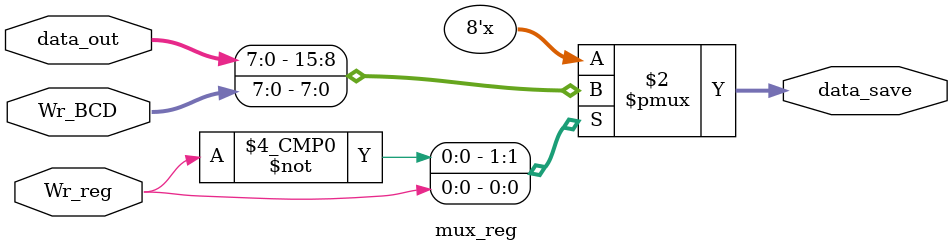
<source format=v>
`timescale 1ns / 1ps
module mux_reg(
	input wire [7:0] data_out, Wr_BCD,
	input wire Wr_reg,
	output reg [7:0] data_save
    );

always @*
	case (Wr_reg)
		1'b0: data_save = data_out;
		1'b1: data_save = Wr_BCD;
	endcase
	
endmodule

</source>
